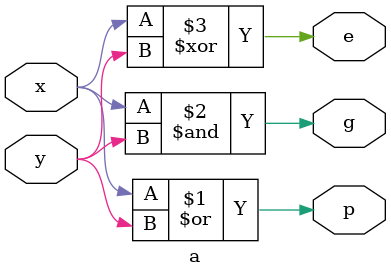
<source format=v>
module a(input x, y, output p, g, e);
  assign p = x | y;
  assign g = x & y;
  assign e = x ^ y;
endmodule
//30 secunde
</source>
